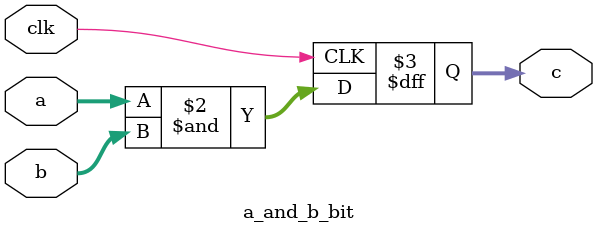
<source format=v>
module a_and_b_bit(
	input wire clk,
	input wire [7:0] a,
	input wire [7:0] b,
	output reg [7:0] c
	);
	//按位与
	//8'b1001_0010
	//8'b1001_1101
	//8'b1001_0000
	always @(posedge clk) begin
	c <= a&b;
	end

endmodule
</source>
